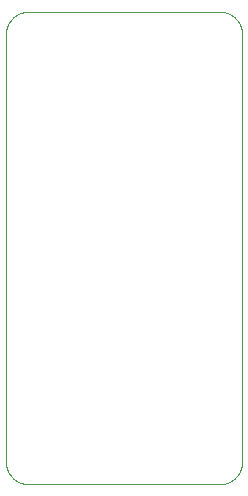
<source format=gko>
G75*
%MOIN*%
%OFA0B0*%
%FSLAX25Y25*%
%IPPOS*%
%LPD*%
%AMOC8*
5,1,8,0,0,1.08239X$1,22.5*
%
%ADD10C,0.00000*%
D10*
X0001800Y0009513D02*
X0001800Y0151994D01*
X0001802Y0152175D01*
X0001809Y0152356D01*
X0001820Y0152537D01*
X0001835Y0152718D01*
X0001855Y0152898D01*
X0001879Y0153078D01*
X0001907Y0153257D01*
X0001940Y0153435D01*
X0001977Y0153612D01*
X0002018Y0153789D01*
X0002063Y0153964D01*
X0002113Y0154139D01*
X0002167Y0154312D01*
X0002225Y0154483D01*
X0002287Y0154654D01*
X0002354Y0154822D01*
X0002424Y0154989D01*
X0002498Y0155155D01*
X0002577Y0155318D01*
X0002659Y0155479D01*
X0002745Y0155639D01*
X0002835Y0155796D01*
X0002929Y0155951D01*
X0003026Y0156104D01*
X0003128Y0156254D01*
X0003232Y0156402D01*
X0003341Y0156548D01*
X0003452Y0156690D01*
X0003568Y0156830D01*
X0003686Y0156967D01*
X0003808Y0157102D01*
X0003933Y0157233D01*
X0004061Y0157361D01*
X0004192Y0157486D01*
X0004327Y0157608D01*
X0004464Y0157726D01*
X0004604Y0157842D01*
X0004746Y0157953D01*
X0004892Y0158062D01*
X0005040Y0158166D01*
X0005190Y0158268D01*
X0005343Y0158365D01*
X0005498Y0158459D01*
X0005655Y0158549D01*
X0005815Y0158635D01*
X0005976Y0158717D01*
X0006139Y0158796D01*
X0006305Y0158870D01*
X0006472Y0158940D01*
X0006640Y0159007D01*
X0006811Y0159069D01*
X0006982Y0159127D01*
X0007155Y0159181D01*
X0007330Y0159231D01*
X0007505Y0159276D01*
X0007682Y0159317D01*
X0007859Y0159354D01*
X0008037Y0159387D01*
X0008216Y0159415D01*
X0008396Y0159439D01*
X0008576Y0159459D01*
X0008757Y0159474D01*
X0008938Y0159485D01*
X0009119Y0159492D01*
X0009300Y0159494D01*
X0073040Y0159494D01*
X0073221Y0159492D01*
X0073402Y0159485D01*
X0073583Y0159474D01*
X0073764Y0159459D01*
X0073944Y0159439D01*
X0074124Y0159415D01*
X0074303Y0159387D01*
X0074481Y0159354D01*
X0074658Y0159317D01*
X0074835Y0159276D01*
X0075010Y0159231D01*
X0075185Y0159181D01*
X0075358Y0159127D01*
X0075529Y0159069D01*
X0075700Y0159007D01*
X0075868Y0158940D01*
X0076035Y0158870D01*
X0076201Y0158796D01*
X0076364Y0158717D01*
X0076525Y0158635D01*
X0076685Y0158549D01*
X0076842Y0158459D01*
X0076997Y0158365D01*
X0077150Y0158268D01*
X0077300Y0158166D01*
X0077448Y0158062D01*
X0077594Y0157953D01*
X0077736Y0157842D01*
X0077876Y0157726D01*
X0078013Y0157608D01*
X0078148Y0157486D01*
X0078279Y0157361D01*
X0078407Y0157233D01*
X0078532Y0157102D01*
X0078654Y0156967D01*
X0078772Y0156830D01*
X0078888Y0156690D01*
X0078999Y0156548D01*
X0079108Y0156402D01*
X0079212Y0156254D01*
X0079314Y0156104D01*
X0079411Y0155951D01*
X0079505Y0155796D01*
X0079595Y0155639D01*
X0079681Y0155479D01*
X0079763Y0155318D01*
X0079842Y0155155D01*
X0079916Y0154989D01*
X0079986Y0154822D01*
X0080053Y0154654D01*
X0080115Y0154483D01*
X0080173Y0154312D01*
X0080227Y0154139D01*
X0080277Y0153964D01*
X0080322Y0153789D01*
X0080363Y0153612D01*
X0080400Y0153435D01*
X0080433Y0153257D01*
X0080461Y0153078D01*
X0080485Y0152898D01*
X0080505Y0152718D01*
X0080520Y0152537D01*
X0080531Y0152356D01*
X0080538Y0152175D01*
X0080540Y0151994D01*
X0080540Y0009513D01*
X0080538Y0009332D01*
X0080531Y0009151D01*
X0080520Y0008970D01*
X0080505Y0008789D01*
X0080485Y0008609D01*
X0080461Y0008429D01*
X0080433Y0008250D01*
X0080400Y0008072D01*
X0080363Y0007895D01*
X0080322Y0007718D01*
X0080277Y0007543D01*
X0080227Y0007368D01*
X0080173Y0007195D01*
X0080115Y0007024D01*
X0080053Y0006853D01*
X0079986Y0006685D01*
X0079916Y0006518D01*
X0079842Y0006352D01*
X0079763Y0006189D01*
X0079681Y0006028D01*
X0079595Y0005868D01*
X0079505Y0005711D01*
X0079411Y0005556D01*
X0079314Y0005403D01*
X0079212Y0005253D01*
X0079108Y0005105D01*
X0078999Y0004959D01*
X0078888Y0004817D01*
X0078772Y0004677D01*
X0078654Y0004540D01*
X0078532Y0004405D01*
X0078407Y0004274D01*
X0078279Y0004146D01*
X0078148Y0004021D01*
X0078013Y0003899D01*
X0077876Y0003781D01*
X0077736Y0003665D01*
X0077594Y0003554D01*
X0077448Y0003445D01*
X0077300Y0003341D01*
X0077150Y0003239D01*
X0076997Y0003142D01*
X0076842Y0003048D01*
X0076685Y0002958D01*
X0076525Y0002872D01*
X0076364Y0002790D01*
X0076201Y0002711D01*
X0076035Y0002637D01*
X0075868Y0002567D01*
X0075700Y0002500D01*
X0075529Y0002438D01*
X0075358Y0002380D01*
X0075185Y0002326D01*
X0075010Y0002276D01*
X0074835Y0002231D01*
X0074658Y0002190D01*
X0074481Y0002153D01*
X0074303Y0002120D01*
X0074124Y0002092D01*
X0073944Y0002068D01*
X0073764Y0002048D01*
X0073583Y0002033D01*
X0073402Y0002022D01*
X0073221Y0002015D01*
X0073040Y0002013D01*
X0009300Y0002013D01*
X0009119Y0002015D01*
X0008938Y0002022D01*
X0008757Y0002033D01*
X0008576Y0002048D01*
X0008396Y0002068D01*
X0008216Y0002092D01*
X0008037Y0002120D01*
X0007859Y0002153D01*
X0007682Y0002190D01*
X0007505Y0002231D01*
X0007330Y0002276D01*
X0007155Y0002326D01*
X0006982Y0002380D01*
X0006811Y0002438D01*
X0006640Y0002500D01*
X0006472Y0002567D01*
X0006305Y0002637D01*
X0006139Y0002711D01*
X0005976Y0002790D01*
X0005815Y0002872D01*
X0005655Y0002958D01*
X0005498Y0003048D01*
X0005343Y0003142D01*
X0005190Y0003239D01*
X0005040Y0003341D01*
X0004892Y0003445D01*
X0004746Y0003554D01*
X0004604Y0003665D01*
X0004464Y0003781D01*
X0004327Y0003899D01*
X0004192Y0004021D01*
X0004061Y0004146D01*
X0003933Y0004274D01*
X0003808Y0004405D01*
X0003686Y0004540D01*
X0003568Y0004677D01*
X0003452Y0004817D01*
X0003341Y0004959D01*
X0003232Y0005105D01*
X0003128Y0005253D01*
X0003026Y0005403D01*
X0002929Y0005556D01*
X0002835Y0005711D01*
X0002745Y0005868D01*
X0002659Y0006028D01*
X0002577Y0006189D01*
X0002498Y0006352D01*
X0002424Y0006518D01*
X0002354Y0006685D01*
X0002287Y0006853D01*
X0002225Y0007024D01*
X0002167Y0007195D01*
X0002113Y0007368D01*
X0002063Y0007543D01*
X0002018Y0007718D01*
X0001977Y0007895D01*
X0001940Y0008072D01*
X0001907Y0008250D01*
X0001879Y0008429D01*
X0001855Y0008609D01*
X0001835Y0008789D01*
X0001820Y0008970D01*
X0001809Y0009151D01*
X0001802Y0009332D01*
X0001800Y0009513D01*
M02*

</source>
